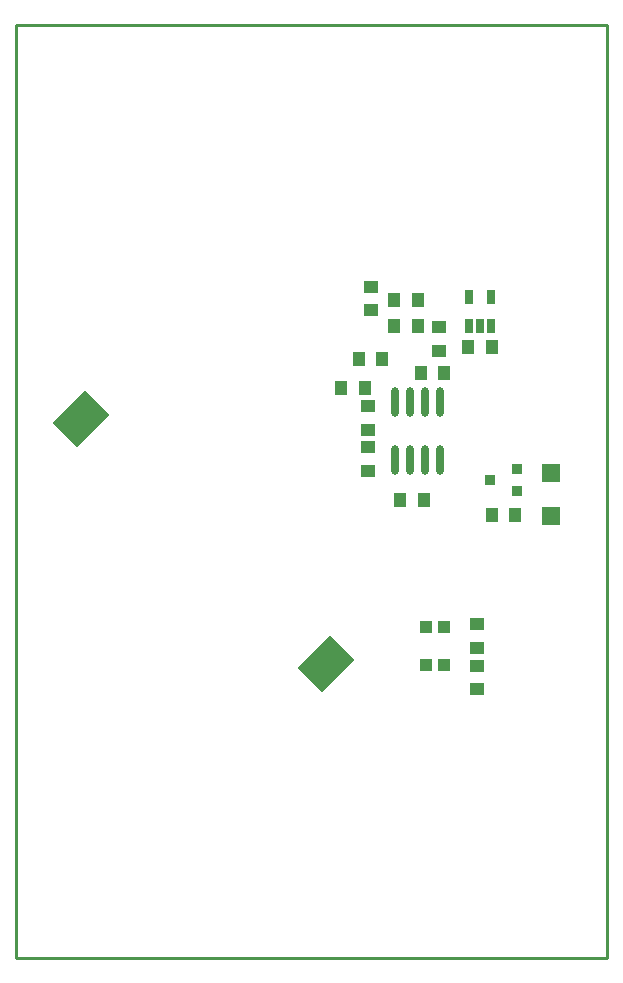
<source format=gbp>
%FSLAX25Y25*%
%MOIN*%
G70*
G01*
G75*
G04 Layer_Color=128*
%ADD10C,0.01000*%
%ADD11C,0.27559*%
%ADD12R,0.03937X0.04921*%
G04:AMPARAMS|DCode=13|XSize=115mil|YSize=155mil|CornerRadius=0mil|HoleSize=0mil|Usage=FLASHONLY|Rotation=135.000|XOffset=0mil|YOffset=0mil|HoleType=Round|Shape=Rectangle|*
%AMROTATEDRECTD13*
4,1,4,0.09546,0.01414,-0.01414,-0.09546,-0.09546,-0.01414,0.01414,0.09546,0.09546,0.01414,0.0*
%
%ADD13ROTATEDRECTD13*%

%ADD14O,0.02756X0.09843*%
%ADD15R,0.04331X0.03937*%
%ADD16R,0.02559X0.04724*%
%ADD17R,0.06299X0.05906*%
%ADD18R,0.03740X0.03543*%
%ADD19R,0.03740X0.03543*%
%ADD20R,0.04921X0.03937*%
%ADD21C,0.01500*%
%ADD22C,0.02500*%
%ADD23C,0.03500*%
%ADD24C,0.04500*%
%ADD25C,0.10000*%
%ADD26R,0.27559X0.27559*%
%ADD27R,0.27559X0.27559*%
%ADD28R,0.43307X0.43307*%
%ADD29C,0.06693*%
%ADD30C,0.01969*%
%ADD31C,0.08268*%
%ADD32C,0.27959*%
%ADD33C,0.00400*%
%ADD34R,0.00400X0.00400*%
%ADD35C,0.15748*%
%ADD36R,0.04337X0.05321*%
G04:AMPARAMS|DCode=37|XSize=119mil|YSize=159mil|CornerRadius=0mil|HoleSize=0mil|Usage=FLASHONLY|Rotation=135.000|XOffset=0mil|YOffset=0mil|HoleType=Round|Shape=Rectangle|*
%AMROTATEDRECTD37*
4,1,4,0.09829,0.01414,-0.01414,-0.09829,-0.09829,-0.01414,0.01414,0.09829,0.09829,0.01414,0.0*
%
%ADD37ROTATEDRECTD37*%

%ADD38O,0.03156X0.10243*%
%ADD39R,0.04731X0.04337*%
%ADD40R,0.02959X0.05124*%
%ADD41R,0.06699X0.06306*%
%ADD42R,0.04140X0.03943*%
%ADD43R,0.04140X0.03943*%
%ADD44R,0.05321X0.04337*%
%ADD45R,0.43707X0.43707*%
%ADD46C,0.07093*%
D10*
X196850Y0D02*
X-0D01*
Y311024D01*
X196850D02*
X-0D01*
X196850Y0D02*
Y311024D01*
D12*
X114173Y199803D02*
D03*
X122047D02*
D03*
X142717Y194882D02*
D03*
X134843D02*
D03*
X135827Y152559D02*
D03*
X127953D02*
D03*
X108268Y189961D02*
D03*
X116142D02*
D03*
X158465Y147638D02*
D03*
X166339D02*
D03*
X125984Y210630D02*
D03*
X133858D02*
D03*
X150591Y203740D02*
D03*
X158465D02*
D03*
X125984Y219488D02*
D03*
X133858D02*
D03*
D13*
X21582Y179599D02*
D03*
X103150Y98032D02*
D03*
D14*
X126161Y165945D02*
D03*
X131161D02*
D03*
X136161D02*
D03*
X141161D02*
D03*
X126161Y185236D02*
D03*
X131161D02*
D03*
X136161D02*
D03*
X141161D02*
D03*
D15*
X136417Y97638D02*
D03*
Y110236D02*
D03*
X142717Y97638D02*
D03*
Y110236D02*
D03*
D16*
X150787Y220276D02*
D03*
X158268D02*
D03*
Y210827D02*
D03*
X154527D02*
D03*
X150787D02*
D03*
D17*
X178150Y147244D02*
D03*
Y161811D02*
D03*
D18*
X157776Y159449D02*
D03*
X167027Y155709D02*
D03*
D19*
X167028Y163189D02*
D03*
D20*
X118110Y223819D02*
D03*
Y215945D02*
D03*
X117323Y176181D02*
D03*
Y184055D02*
D03*
X140748Y202362D02*
D03*
Y210236D02*
D03*
X153543Y111221D02*
D03*
Y103347D02*
D03*
Y89567D02*
D03*
Y97441D02*
D03*
X117323Y170276D02*
D03*
Y162402D02*
D03*
M02*

</source>
